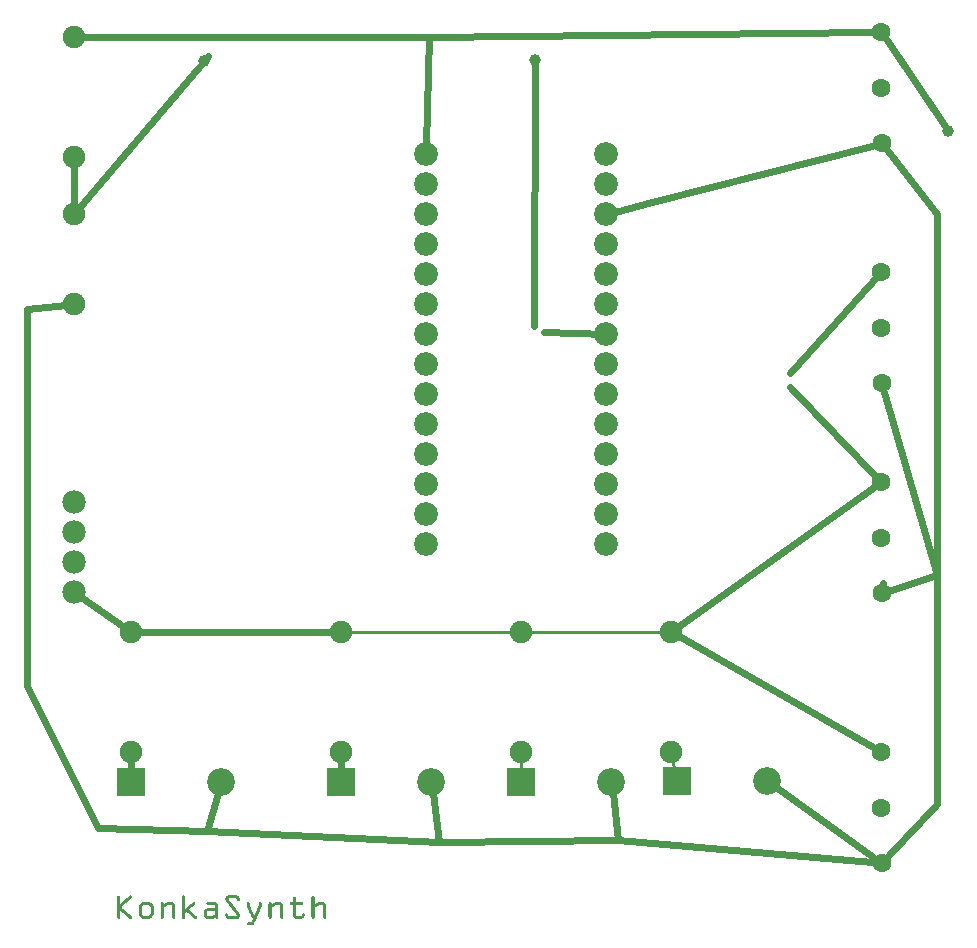
<source format=gtl>
G04 MADE WITH FRITZING*
G04 WWW.FRITZING.ORG*
G04 DOUBLE SIDED*
G04 HOLES PLATED*
G04 CONTOUR ON CENTER OF CONTOUR VECTOR*
%ASAXBY*%
%FSLAX23Y23*%
%MOIN*%
%OFA0B0*%
%SFA1.0B1.0*%
%ADD10C,0.078000*%
%ADD11C,0.079370*%
%ADD12C,0.039370*%
%ADD13C,0.092000*%
%ADD14C,0.075000*%
%ADD15C,0.063307*%
%ADD16R,0.092000X0.092000*%
%ADD17C,0.024000*%
%ADD18C,0.011111*%
%ADD19R,0.001000X0.001000*%
%LNCOPPER1*%
G90*
G70*
G54D10*
X409Y1615D03*
X409Y1515D03*
X409Y1415D03*
X409Y1315D03*
G54D11*
X1580Y2775D03*
X1580Y2675D03*
X1580Y2575D03*
X1580Y2475D03*
X1580Y2375D03*
X1580Y2275D03*
X1580Y2175D03*
X1580Y2075D03*
X1580Y1975D03*
X1580Y1875D03*
X1580Y1775D03*
X1580Y1675D03*
X1580Y1575D03*
X1580Y1475D03*
X2181Y2776D03*
X2181Y2676D03*
X2181Y2576D03*
X2181Y2476D03*
X2181Y2376D03*
X2181Y2276D03*
X2181Y2176D03*
X2181Y2076D03*
X2181Y1976D03*
X2181Y1876D03*
X2181Y1776D03*
X2181Y1676D03*
X2181Y1576D03*
X2181Y1476D03*
G54D12*
X843Y3086D03*
X3322Y2851D03*
G54D13*
X1299Y681D03*
X1599Y681D03*
X599Y681D03*
X899Y681D03*
X1899Y681D03*
X2199Y681D03*
X2417Y685D03*
X2717Y685D03*
G54D14*
X409Y2575D03*
X409Y2275D03*
X409Y3166D03*
X409Y2766D03*
G54D15*
X3099Y781D03*
X3099Y595D03*
X3100Y411D03*
X3099Y781D03*
X3099Y595D03*
X3100Y411D03*
X3099Y1681D03*
X3099Y1495D03*
X3100Y1311D03*
X3099Y1681D03*
X3099Y1495D03*
X3100Y1311D03*
X3099Y3181D03*
X3099Y2995D03*
X3100Y2811D03*
X3099Y3181D03*
X3099Y2995D03*
X3100Y2811D03*
X3099Y2381D03*
X3099Y2195D03*
X3100Y2011D03*
X3099Y2381D03*
X3099Y2195D03*
X3100Y2011D03*
G54D14*
X2399Y781D03*
X2399Y1181D03*
X1899Y781D03*
X1899Y1181D03*
X1299Y781D03*
X1299Y1181D03*
X599Y781D03*
X599Y1181D03*
G54D12*
X843Y3086D03*
X1946Y3089D03*
G54D16*
X1299Y681D03*
X599Y681D03*
X1899Y681D03*
X2417Y685D03*
G54D17*
X1590Y3165D02*
X3067Y3181D01*
D02*
X437Y3166D02*
X1590Y3165D01*
D02*
X1590Y3165D02*
X1581Y2806D01*
D02*
X252Y1001D02*
X251Y2259D01*
D02*
X487Y528D02*
X252Y1001D01*
D02*
X251Y2259D02*
X380Y2272D01*
D02*
X852Y518D02*
X487Y528D01*
D02*
X852Y518D02*
X889Y646D01*
D02*
X1625Y481D02*
X852Y518D01*
D02*
X1625Y481D02*
X1604Y645D01*
D02*
X2222Y489D02*
X1625Y481D01*
D02*
X2222Y489D02*
X3067Y414D01*
D02*
X2204Y645D02*
X2222Y489D01*
D02*
X2211Y2583D02*
X2336Y2615D01*
D02*
X2336Y2615D02*
X3068Y2803D01*
D02*
X3284Y2574D02*
X3120Y2785D01*
D02*
X3284Y1370D02*
X3284Y2574D01*
D02*
X3284Y1370D02*
X3109Y1980D01*
D02*
X576Y1198D02*
X433Y1298D01*
G54D18*
D02*
X1322Y1181D02*
X1876Y1181D01*
G54D17*
D02*
X628Y1181D02*
X1271Y1181D01*
D02*
X2747Y664D02*
X3073Y430D01*
G54D18*
D02*
X2411Y716D02*
X2403Y759D01*
G54D17*
D02*
X599Y744D02*
X599Y710D01*
D02*
X1299Y744D02*
X1299Y710D01*
G54D18*
D02*
X1922Y1181D02*
X2376Y1181D01*
G54D17*
D02*
X409Y2604D02*
X409Y2737D01*
G54D18*
D02*
X1899Y758D02*
X1899Y713D01*
G54D17*
D02*
X830Y3072D02*
X855Y3101D01*
D02*
X421Y2590D02*
X824Y3064D01*
D02*
X3312Y2867D02*
X3118Y3154D01*
D02*
X3076Y1665D02*
X2426Y1200D01*
D02*
X3071Y798D02*
X2424Y1167D01*
D02*
X1946Y3089D02*
X1943Y2200D01*
D02*
X1974Y2181D02*
X2181Y2176D01*
D02*
X2794Y2046D02*
X3099Y2381D01*
D02*
X3099Y1681D02*
X2794Y1999D01*
D02*
X3105Y1344D02*
X3100Y1311D01*
D02*
X3100Y1311D02*
X3284Y1370D01*
D02*
X3284Y607D02*
X3122Y435D01*
D02*
X3284Y1370D02*
X3284Y607D01*
G54D19*
X557Y303D02*
X558Y303D01*
X596Y303D02*
X597Y303D01*
X773Y303D02*
X773Y303D01*
X922Y303D02*
X950Y303D01*
X1205Y303D02*
X1205Y303D01*
X554Y302D02*
X560Y302D01*
X594Y302D02*
X599Y302D01*
X770Y302D02*
X776Y302D01*
X919Y302D02*
X953Y302D01*
X1202Y302D02*
X1208Y302D01*
X554Y301D02*
X561Y301D01*
X593Y301D02*
X600Y301D01*
X770Y301D02*
X777Y301D01*
X917Y301D02*
X955Y301D01*
X1201Y301D02*
X1209Y301D01*
X553Y300D02*
X561Y300D01*
X592Y300D02*
X601Y300D01*
X769Y300D02*
X777Y300D01*
X916Y300D02*
X956Y300D01*
X1201Y300D02*
X1209Y300D01*
X553Y299D02*
X562Y299D01*
X590Y299D02*
X601Y299D01*
X769Y299D02*
X777Y299D01*
X915Y299D02*
X957Y299D01*
X1201Y299D02*
X1209Y299D01*
X553Y298D02*
X562Y298D01*
X589Y298D02*
X601Y298D01*
X769Y298D02*
X778Y298D01*
X914Y298D02*
X958Y298D01*
X1141Y298D02*
X1145Y298D01*
X1200Y298D02*
X1210Y298D01*
X553Y297D02*
X562Y297D01*
X588Y297D02*
X601Y297D01*
X769Y297D02*
X778Y297D01*
X914Y297D02*
X959Y297D01*
X1140Y297D02*
X1146Y297D01*
X1200Y297D02*
X1210Y297D01*
X553Y296D02*
X562Y296D01*
X587Y296D02*
X601Y296D01*
X769Y296D02*
X778Y296D01*
X913Y296D02*
X960Y296D01*
X1139Y296D02*
X1147Y296D01*
X1200Y296D02*
X1210Y296D01*
X553Y295D02*
X562Y295D01*
X586Y295D02*
X600Y295D01*
X769Y295D02*
X778Y295D01*
X913Y295D02*
X960Y295D01*
X1139Y295D02*
X1147Y295D01*
X1200Y295D02*
X1210Y295D01*
X553Y294D02*
X562Y294D01*
X585Y294D02*
X599Y294D01*
X769Y294D02*
X778Y294D01*
X913Y294D02*
X961Y294D01*
X1138Y294D02*
X1147Y294D01*
X1200Y294D02*
X1210Y294D01*
X553Y293D02*
X562Y293D01*
X583Y293D02*
X598Y293D01*
X769Y293D02*
X778Y293D01*
X913Y293D02*
X923Y293D01*
X949Y293D02*
X961Y293D01*
X1138Y293D02*
X1148Y293D01*
X1200Y293D02*
X1210Y293D01*
X553Y292D02*
X562Y292D01*
X582Y292D02*
X597Y292D01*
X769Y292D02*
X778Y292D01*
X913Y292D02*
X922Y292D01*
X951Y292D02*
X961Y292D01*
X1138Y292D02*
X1148Y292D01*
X1200Y292D02*
X1210Y292D01*
X553Y291D02*
X562Y291D01*
X581Y291D02*
X596Y291D01*
X769Y291D02*
X778Y291D01*
X913Y291D02*
X922Y291D01*
X952Y291D02*
X961Y291D01*
X1138Y291D02*
X1148Y291D01*
X1200Y291D02*
X1210Y291D01*
X553Y290D02*
X562Y290D01*
X580Y290D02*
X595Y290D01*
X769Y290D02*
X778Y290D01*
X913Y290D02*
X923Y290D01*
X952Y290D02*
X961Y290D01*
X1138Y290D02*
X1148Y290D01*
X1200Y290D02*
X1210Y290D01*
X553Y289D02*
X562Y289D01*
X579Y289D02*
X593Y289D01*
X769Y289D02*
X778Y289D01*
X913Y289D02*
X923Y289D01*
X952Y289D02*
X961Y289D01*
X1138Y289D02*
X1148Y289D01*
X1200Y289D02*
X1210Y289D01*
X553Y288D02*
X562Y288D01*
X578Y288D02*
X592Y288D01*
X769Y288D02*
X778Y288D01*
X913Y288D02*
X924Y288D01*
X953Y288D02*
X961Y288D01*
X1138Y288D02*
X1148Y288D01*
X1200Y288D02*
X1210Y288D01*
X553Y287D02*
X562Y287D01*
X576Y287D02*
X591Y287D01*
X769Y287D02*
X778Y287D01*
X914Y287D02*
X925Y287D01*
X953Y287D02*
X960Y287D01*
X1138Y287D02*
X1148Y287D01*
X1200Y287D02*
X1210Y287D01*
X553Y286D02*
X562Y286D01*
X575Y286D02*
X590Y286D01*
X769Y286D02*
X778Y286D01*
X914Y286D02*
X926Y286D01*
X954Y286D02*
X960Y286D01*
X1138Y286D02*
X1148Y286D01*
X1200Y286D02*
X1210Y286D01*
X553Y285D02*
X562Y285D01*
X574Y285D02*
X589Y285D01*
X769Y285D02*
X778Y285D01*
X915Y285D02*
X927Y285D01*
X955Y285D02*
X958Y285D01*
X1138Y285D02*
X1148Y285D01*
X1200Y285D02*
X1210Y285D01*
X553Y284D02*
X562Y284D01*
X573Y284D02*
X588Y284D01*
X769Y284D02*
X778Y284D01*
X915Y284D02*
X927Y284D01*
X1138Y284D02*
X1148Y284D01*
X1200Y284D02*
X1210Y284D01*
X553Y283D02*
X562Y283D01*
X572Y283D02*
X586Y283D01*
X769Y283D02*
X778Y283D01*
X916Y283D02*
X928Y283D01*
X1138Y283D02*
X1148Y283D01*
X1200Y283D02*
X1210Y283D01*
X553Y282D02*
X562Y282D01*
X571Y282D02*
X585Y282D01*
X769Y282D02*
X778Y282D01*
X917Y282D02*
X929Y282D01*
X1138Y282D02*
X1148Y282D01*
X1200Y282D02*
X1210Y282D01*
X553Y281D02*
X562Y281D01*
X569Y281D02*
X584Y281D01*
X638Y281D02*
X660Y281D01*
X699Y281D02*
X703Y281D01*
X719Y281D02*
X734Y281D01*
X769Y281D02*
X778Y281D01*
X805Y281D02*
X810Y281D01*
X853Y281D02*
X878Y281D01*
X918Y281D02*
X930Y281D01*
X987Y281D02*
X991Y281D01*
X1026Y281D02*
X1031Y281D01*
X1059Y281D02*
X1063Y281D01*
X1079Y281D02*
X1094Y281D01*
X1131Y281D02*
X1170Y281D01*
X1200Y281D02*
X1210Y281D01*
X1223Y281D02*
X1238Y281D01*
X553Y280D02*
X562Y280D01*
X568Y280D02*
X583Y280D01*
X636Y280D02*
X662Y280D01*
X698Y280D02*
X704Y280D01*
X717Y280D02*
X736Y280D01*
X769Y280D02*
X778Y280D01*
X804Y280D02*
X811Y280D01*
X852Y280D02*
X880Y280D01*
X919Y280D02*
X930Y280D01*
X986Y280D02*
X992Y280D01*
X1025Y280D02*
X1032Y280D01*
X1058Y280D02*
X1064Y280D01*
X1077Y280D02*
X1096Y280D01*
X1130Y280D02*
X1171Y280D01*
X1200Y280D02*
X1210Y280D01*
X1221Y280D02*
X1240Y280D01*
X553Y279D02*
X562Y279D01*
X567Y279D02*
X582Y279D01*
X634Y279D02*
X664Y279D01*
X697Y279D02*
X705Y279D01*
X715Y279D02*
X738Y279D01*
X769Y279D02*
X778Y279D01*
X803Y279D02*
X812Y279D01*
X851Y279D02*
X882Y279D01*
X919Y279D02*
X931Y279D01*
X985Y279D02*
X993Y279D01*
X1025Y279D02*
X1033Y279D01*
X1057Y279D02*
X1065Y279D01*
X1075Y279D02*
X1098Y279D01*
X1129Y279D02*
X1172Y279D01*
X1200Y279D02*
X1210Y279D01*
X1219Y279D02*
X1242Y279D01*
X553Y278D02*
X562Y278D01*
X566Y278D02*
X581Y278D01*
X633Y278D02*
X665Y278D01*
X697Y278D02*
X705Y278D01*
X714Y278D02*
X739Y278D01*
X769Y278D02*
X778Y278D01*
X802Y278D02*
X812Y278D01*
X851Y278D02*
X883Y278D01*
X920Y278D02*
X932Y278D01*
X985Y278D02*
X993Y278D01*
X1024Y278D02*
X1033Y278D01*
X1057Y278D02*
X1065Y278D01*
X1074Y278D02*
X1099Y278D01*
X1129Y278D02*
X1172Y278D01*
X1200Y278D02*
X1210Y278D01*
X1218Y278D02*
X1243Y278D01*
X553Y277D02*
X562Y277D01*
X565Y277D02*
X579Y277D01*
X632Y277D02*
X666Y277D01*
X697Y277D02*
X706Y277D01*
X712Y277D02*
X740Y277D01*
X769Y277D02*
X778Y277D01*
X801Y277D02*
X812Y277D01*
X850Y277D02*
X884Y277D01*
X921Y277D02*
X933Y277D01*
X985Y277D02*
X994Y277D01*
X1024Y277D02*
X1033Y277D01*
X1057Y277D02*
X1066Y277D01*
X1072Y277D02*
X1100Y277D01*
X1129Y277D02*
X1172Y277D01*
X1200Y277D02*
X1210Y277D01*
X1216Y277D02*
X1244Y277D01*
X553Y276D02*
X562Y276D01*
X564Y276D02*
X578Y276D01*
X631Y276D02*
X667Y276D01*
X697Y276D02*
X706Y276D01*
X711Y276D02*
X741Y276D01*
X769Y276D02*
X778Y276D01*
X799Y276D02*
X812Y276D01*
X851Y276D02*
X885Y276D01*
X922Y276D02*
X934Y276D01*
X985Y276D02*
X994Y276D01*
X1024Y276D02*
X1033Y276D01*
X1056Y276D02*
X1066Y276D01*
X1071Y276D02*
X1101Y276D01*
X1129Y276D02*
X1172Y276D01*
X1200Y276D02*
X1210Y276D01*
X1215Y276D02*
X1245Y276D01*
X553Y275D02*
X577Y275D01*
X630Y275D02*
X668Y275D01*
X697Y275D02*
X706Y275D01*
X709Y275D02*
X742Y275D01*
X769Y275D02*
X778Y275D01*
X798Y275D02*
X812Y275D01*
X851Y275D02*
X886Y275D01*
X922Y275D02*
X934Y275D01*
X985Y275D02*
X994Y275D01*
X1024Y275D02*
X1033Y275D01*
X1056Y275D02*
X1066Y275D01*
X1069Y275D02*
X1102Y275D01*
X1129Y275D02*
X1172Y275D01*
X1200Y275D02*
X1210Y275D01*
X1213Y275D02*
X1246Y275D01*
X553Y274D02*
X576Y274D01*
X629Y274D02*
X669Y274D01*
X697Y274D02*
X742Y274D01*
X769Y274D02*
X778Y274D01*
X797Y274D02*
X811Y274D01*
X851Y274D02*
X886Y274D01*
X923Y274D02*
X935Y274D01*
X985Y274D02*
X994Y274D01*
X1024Y274D02*
X1033Y274D01*
X1056Y274D02*
X1102Y274D01*
X1129Y274D02*
X1171Y274D01*
X1200Y274D02*
X1246Y274D01*
X553Y273D02*
X575Y273D01*
X628Y273D02*
X670Y273D01*
X697Y273D02*
X743Y273D01*
X769Y273D02*
X778Y273D01*
X796Y273D02*
X810Y273D01*
X852Y273D02*
X887Y273D01*
X924Y273D02*
X936Y273D01*
X985Y273D02*
X994Y273D01*
X1024Y273D02*
X1033Y273D01*
X1056Y273D02*
X1103Y273D01*
X1130Y273D02*
X1170Y273D01*
X1200Y273D02*
X1247Y273D01*
X553Y272D02*
X574Y272D01*
X627Y272D02*
X671Y272D01*
X697Y272D02*
X743Y272D01*
X769Y272D02*
X778Y272D01*
X795Y272D02*
X809Y272D01*
X855Y272D02*
X887Y272D01*
X925Y272D02*
X937Y272D01*
X985Y272D02*
X994Y272D01*
X1024Y272D02*
X1033Y272D01*
X1056Y272D02*
X1103Y272D01*
X1133Y272D02*
X1168Y272D01*
X1200Y272D02*
X1247Y272D01*
X553Y271D02*
X572Y271D01*
X627Y271D02*
X639Y271D01*
X659Y271D02*
X671Y271D01*
X697Y271D02*
X721Y271D01*
X733Y271D02*
X743Y271D01*
X769Y271D02*
X778Y271D01*
X794Y271D02*
X808Y271D01*
X877Y271D02*
X887Y271D01*
X926Y271D02*
X937Y271D01*
X985Y271D02*
X994Y271D01*
X1024Y271D02*
X1033Y271D01*
X1056Y271D02*
X1081Y271D01*
X1093Y271D02*
X1103Y271D01*
X1138Y271D02*
X1148Y271D01*
X1200Y271D02*
X1225Y271D01*
X1237Y271D02*
X1247Y271D01*
X553Y270D02*
X571Y270D01*
X626Y270D02*
X638Y270D01*
X660Y270D02*
X672Y270D01*
X697Y270D02*
X719Y270D01*
X734Y270D02*
X744Y270D01*
X769Y270D02*
X778Y270D01*
X792Y270D02*
X807Y270D01*
X878Y270D02*
X888Y270D01*
X926Y270D02*
X938Y270D01*
X985Y270D02*
X994Y270D01*
X1024Y270D02*
X1033Y270D01*
X1056Y270D02*
X1079Y270D01*
X1094Y270D02*
X1104Y270D01*
X1138Y270D02*
X1148Y270D01*
X1200Y270D02*
X1223Y270D01*
X1238Y270D02*
X1248Y270D01*
X553Y269D02*
X570Y269D01*
X626Y269D02*
X637Y269D01*
X661Y269D02*
X672Y269D01*
X697Y269D02*
X717Y269D01*
X734Y269D02*
X744Y269D01*
X769Y269D02*
X778Y269D01*
X791Y269D02*
X806Y269D01*
X878Y269D02*
X888Y269D01*
X927Y269D02*
X939Y269D01*
X985Y269D02*
X994Y269D01*
X1024Y269D02*
X1033Y269D01*
X1056Y269D02*
X1077Y269D01*
X1094Y269D02*
X1104Y269D01*
X1138Y269D02*
X1148Y269D01*
X1200Y269D02*
X1221Y269D01*
X1238Y269D02*
X1248Y269D01*
X553Y268D02*
X569Y268D01*
X625Y268D02*
X636Y268D01*
X662Y268D02*
X673Y268D01*
X697Y268D02*
X716Y268D01*
X735Y268D02*
X744Y268D01*
X769Y268D02*
X778Y268D01*
X790Y268D02*
X805Y268D01*
X879Y268D02*
X888Y268D01*
X928Y268D02*
X940Y268D01*
X985Y268D02*
X994Y268D01*
X1023Y268D02*
X1033Y268D01*
X1056Y268D02*
X1076Y268D01*
X1095Y268D02*
X1104Y268D01*
X1138Y268D02*
X1148Y268D01*
X1200Y268D02*
X1220Y268D01*
X1239Y268D02*
X1248Y268D01*
X553Y267D02*
X568Y267D01*
X625Y267D02*
X635Y267D01*
X663Y267D02*
X673Y267D01*
X697Y267D02*
X714Y267D01*
X735Y267D02*
X744Y267D01*
X769Y267D02*
X778Y267D01*
X789Y267D02*
X803Y267D01*
X879Y267D02*
X888Y267D01*
X929Y267D02*
X941Y267D01*
X985Y267D02*
X995Y267D01*
X1023Y267D02*
X1033Y267D01*
X1056Y267D02*
X1074Y267D01*
X1095Y267D02*
X1104Y267D01*
X1138Y267D02*
X1148Y267D01*
X1200Y267D02*
X1218Y267D01*
X1239Y267D02*
X1248Y267D01*
X553Y266D02*
X567Y266D01*
X625Y266D02*
X634Y266D01*
X664Y266D02*
X673Y266D01*
X697Y266D02*
X713Y266D01*
X735Y266D02*
X744Y266D01*
X769Y266D02*
X778Y266D01*
X788Y266D02*
X802Y266D01*
X879Y266D02*
X888Y266D01*
X929Y266D02*
X941Y266D01*
X985Y266D02*
X995Y266D01*
X1023Y266D02*
X1033Y266D01*
X1056Y266D02*
X1073Y266D01*
X1095Y266D02*
X1104Y266D01*
X1138Y266D02*
X1148Y266D01*
X1200Y266D02*
X1217Y266D01*
X1239Y266D02*
X1248Y266D01*
X553Y265D02*
X565Y265D01*
X625Y265D02*
X634Y265D01*
X664Y265D02*
X673Y265D01*
X697Y265D02*
X711Y265D01*
X735Y265D02*
X744Y265D01*
X769Y265D02*
X778Y265D01*
X787Y265D02*
X801Y265D01*
X879Y265D02*
X888Y265D01*
X930Y265D02*
X942Y265D01*
X986Y265D02*
X996Y265D01*
X1022Y265D02*
X1032Y265D01*
X1056Y265D02*
X1071Y265D01*
X1095Y265D02*
X1104Y265D01*
X1138Y265D02*
X1148Y265D01*
X1200Y265D02*
X1215Y265D01*
X1239Y265D02*
X1248Y265D01*
X553Y264D02*
X565Y264D01*
X625Y264D02*
X634Y264D01*
X664Y264D02*
X673Y264D01*
X697Y264D02*
X710Y264D01*
X735Y264D02*
X744Y264D01*
X769Y264D02*
X778Y264D01*
X785Y264D02*
X800Y264D01*
X879Y264D02*
X888Y264D01*
X931Y264D02*
X943Y264D01*
X986Y264D02*
X996Y264D01*
X1022Y264D02*
X1032Y264D01*
X1056Y264D02*
X1070Y264D01*
X1095Y264D02*
X1104Y264D01*
X1138Y264D02*
X1148Y264D01*
X1200Y264D02*
X1214Y264D01*
X1239Y264D02*
X1248Y264D01*
X553Y263D02*
X566Y263D01*
X625Y263D02*
X634Y263D01*
X664Y263D02*
X673Y263D01*
X697Y263D02*
X708Y263D01*
X735Y263D02*
X744Y263D01*
X769Y263D02*
X778Y263D01*
X784Y263D02*
X799Y263D01*
X879Y263D02*
X888Y263D01*
X932Y263D02*
X944Y263D01*
X986Y263D02*
X996Y263D01*
X1021Y263D02*
X1031Y263D01*
X1056Y263D02*
X1068Y263D01*
X1095Y263D02*
X1104Y263D01*
X1138Y263D02*
X1148Y263D01*
X1200Y263D02*
X1212Y263D01*
X1239Y263D02*
X1248Y263D01*
X553Y262D02*
X567Y262D01*
X625Y262D02*
X634Y262D01*
X664Y262D02*
X673Y262D01*
X697Y262D02*
X707Y262D01*
X735Y262D02*
X744Y262D01*
X769Y262D02*
X778Y262D01*
X783Y262D02*
X798Y262D01*
X879Y262D02*
X888Y262D01*
X932Y262D02*
X944Y262D01*
X987Y262D02*
X997Y262D01*
X1021Y262D02*
X1031Y262D01*
X1056Y262D02*
X1067Y262D01*
X1095Y262D02*
X1104Y262D01*
X1138Y262D02*
X1148Y262D01*
X1200Y262D02*
X1211Y262D01*
X1239Y262D02*
X1248Y262D01*
X553Y261D02*
X568Y261D01*
X625Y261D02*
X634Y261D01*
X664Y261D02*
X673Y261D01*
X697Y261D02*
X706Y261D01*
X735Y261D02*
X744Y261D01*
X769Y261D02*
X778Y261D01*
X782Y261D02*
X796Y261D01*
X879Y261D02*
X888Y261D01*
X933Y261D02*
X945Y261D01*
X987Y261D02*
X997Y261D01*
X1020Y261D02*
X1030Y261D01*
X1056Y261D02*
X1066Y261D01*
X1095Y261D02*
X1104Y261D01*
X1138Y261D02*
X1148Y261D01*
X1200Y261D02*
X1210Y261D01*
X1239Y261D02*
X1248Y261D01*
X553Y260D02*
X569Y260D01*
X625Y260D02*
X634Y260D01*
X664Y260D02*
X673Y260D01*
X697Y260D02*
X706Y260D01*
X735Y260D02*
X744Y260D01*
X769Y260D02*
X778Y260D01*
X781Y260D02*
X795Y260D01*
X851Y260D02*
X888Y260D01*
X934Y260D02*
X946Y260D01*
X988Y260D02*
X998Y260D01*
X1020Y260D02*
X1030Y260D01*
X1056Y260D02*
X1066Y260D01*
X1095Y260D02*
X1104Y260D01*
X1138Y260D02*
X1148Y260D01*
X1200Y260D02*
X1210Y260D01*
X1239Y260D02*
X1248Y260D01*
X553Y259D02*
X570Y259D01*
X625Y259D02*
X634Y259D01*
X664Y259D02*
X673Y259D01*
X697Y259D02*
X706Y259D01*
X735Y259D02*
X744Y259D01*
X769Y259D02*
X794Y259D01*
X848Y259D02*
X888Y259D01*
X935Y259D02*
X947Y259D01*
X988Y259D02*
X998Y259D01*
X1019Y259D02*
X1030Y259D01*
X1056Y259D02*
X1066Y259D01*
X1095Y259D02*
X1104Y259D01*
X1138Y259D02*
X1148Y259D01*
X1200Y259D02*
X1210Y259D01*
X1239Y259D02*
X1248Y259D01*
X553Y258D02*
X572Y258D01*
X625Y258D02*
X634Y258D01*
X664Y258D02*
X673Y258D01*
X697Y258D02*
X706Y258D01*
X735Y258D02*
X744Y258D01*
X769Y258D02*
X793Y258D01*
X847Y258D02*
X888Y258D01*
X936Y258D02*
X948Y258D01*
X989Y258D02*
X999Y258D01*
X1019Y258D02*
X1029Y258D01*
X1056Y258D02*
X1066Y258D01*
X1095Y258D02*
X1104Y258D01*
X1138Y258D02*
X1148Y258D01*
X1200Y258D02*
X1210Y258D01*
X1239Y258D02*
X1248Y258D01*
X553Y257D02*
X573Y257D01*
X625Y257D02*
X634Y257D01*
X664Y257D02*
X673Y257D01*
X697Y257D02*
X706Y257D01*
X735Y257D02*
X744Y257D01*
X769Y257D02*
X792Y257D01*
X846Y257D02*
X888Y257D01*
X936Y257D02*
X948Y257D01*
X989Y257D02*
X999Y257D01*
X1019Y257D02*
X1029Y257D01*
X1056Y257D02*
X1066Y257D01*
X1095Y257D02*
X1104Y257D01*
X1138Y257D02*
X1148Y257D01*
X1200Y257D02*
X1210Y257D01*
X1239Y257D02*
X1248Y257D01*
X553Y256D02*
X574Y256D01*
X625Y256D02*
X634Y256D01*
X664Y256D02*
X673Y256D01*
X697Y256D02*
X706Y256D01*
X735Y256D02*
X744Y256D01*
X769Y256D02*
X791Y256D01*
X845Y256D02*
X888Y256D01*
X937Y256D02*
X949Y256D01*
X989Y256D02*
X1000Y256D01*
X1018Y256D02*
X1028Y256D01*
X1056Y256D02*
X1066Y256D01*
X1095Y256D02*
X1104Y256D01*
X1138Y256D02*
X1148Y256D01*
X1200Y256D02*
X1210Y256D01*
X1239Y256D02*
X1248Y256D01*
X553Y255D02*
X575Y255D01*
X625Y255D02*
X634Y255D01*
X664Y255D02*
X673Y255D01*
X697Y255D02*
X706Y255D01*
X735Y255D02*
X744Y255D01*
X769Y255D02*
X791Y255D01*
X844Y255D02*
X888Y255D01*
X938Y255D02*
X950Y255D01*
X990Y255D02*
X1000Y255D01*
X1018Y255D02*
X1028Y255D01*
X1056Y255D02*
X1066Y255D01*
X1095Y255D02*
X1104Y255D01*
X1138Y255D02*
X1148Y255D01*
X1200Y255D02*
X1210Y255D01*
X1239Y255D02*
X1248Y255D01*
X553Y254D02*
X576Y254D01*
X625Y254D02*
X634Y254D01*
X664Y254D02*
X673Y254D01*
X697Y254D02*
X706Y254D01*
X735Y254D02*
X744Y254D01*
X769Y254D02*
X792Y254D01*
X843Y254D02*
X889Y254D01*
X939Y254D02*
X951Y254D01*
X990Y254D02*
X1000Y254D01*
X1017Y254D02*
X1027Y254D01*
X1056Y254D02*
X1066Y254D01*
X1095Y254D02*
X1104Y254D01*
X1138Y254D02*
X1148Y254D01*
X1200Y254D02*
X1210Y254D01*
X1239Y254D02*
X1248Y254D01*
X553Y253D02*
X577Y253D01*
X625Y253D02*
X634Y253D01*
X664Y253D02*
X673Y253D01*
X697Y253D02*
X706Y253D01*
X735Y253D02*
X745Y253D01*
X769Y253D02*
X793Y253D01*
X842Y253D02*
X889Y253D01*
X939Y253D02*
X951Y253D01*
X991Y253D02*
X1001Y253D01*
X1017Y253D02*
X1027Y253D01*
X1056Y253D02*
X1066Y253D01*
X1095Y253D02*
X1104Y253D01*
X1138Y253D02*
X1148Y253D01*
X1200Y253D02*
X1210Y253D01*
X1239Y253D02*
X1248Y253D01*
X553Y252D02*
X562Y252D01*
X564Y252D02*
X579Y252D01*
X625Y252D02*
X634Y252D01*
X664Y252D02*
X673Y252D01*
X697Y252D02*
X706Y252D01*
X735Y252D02*
X745Y252D01*
X769Y252D02*
X795Y252D01*
X842Y252D02*
X889Y252D01*
X940Y252D02*
X952Y252D01*
X991Y252D02*
X1001Y252D01*
X1016Y252D02*
X1027Y252D01*
X1056Y252D02*
X1066Y252D01*
X1095Y252D02*
X1105Y252D01*
X1138Y252D02*
X1148Y252D01*
X1200Y252D02*
X1210Y252D01*
X1239Y252D02*
X1248Y252D01*
X553Y251D02*
X562Y251D01*
X565Y251D02*
X580Y251D01*
X625Y251D02*
X634Y251D01*
X664Y251D02*
X673Y251D01*
X697Y251D02*
X706Y251D01*
X736Y251D02*
X745Y251D01*
X769Y251D02*
X796Y251D01*
X841Y251D02*
X889Y251D01*
X941Y251D02*
X953Y251D01*
X992Y251D02*
X1002Y251D01*
X1016Y251D02*
X1026Y251D01*
X1056Y251D02*
X1066Y251D01*
X1095Y251D02*
X1105Y251D01*
X1138Y251D02*
X1148Y251D01*
X1200Y251D02*
X1210Y251D01*
X1239Y251D02*
X1249Y251D01*
X553Y250D02*
X562Y250D01*
X566Y250D02*
X581Y250D01*
X625Y250D02*
X634Y250D01*
X664Y250D02*
X673Y250D01*
X697Y250D02*
X706Y250D01*
X736Y250D02*
X745Y250D01*
X769Y250D02*
X797Y250D01*
X841Y250D02*
X852Y250D01*
X877Y250D02*
X889Y250D01*
X942Y250D02*
X954Y250D01*
X992Y250D02*
X1002Y250D01*
X1016Y250D02*
X1026Y250D01*
X1056Y250D02*
X1066Y250D01*
X1096Y250D02*
X1105Y250D01*
X1138Y250D02*
X1148Y250D01*
X1200Y250D02*
X1210Y250D01*
X1239Y250D02*
X1249Y250D01*
X553Y249D02*
X562Y249D01*
X568Y249D02*
X582Y249D01*
X625Y249D02*
X634Y249D01*
X664Y249D02*
X673Y249D01*
X697Y249D02*
X706Y249D01*
X736Y249D02*
X745Y249D01*
X769Y249D02*
X798Y249D01*
X841Y249D02*
X851Y249D01*
X878Y249D02*
X889Y249D01*
X943Y249D02*
X955Y249D01*
X993Y249D02*
X1003Y249D01*
X1015Y249D02*
X1025Y249D01*
X1056Y249D02*
X1066Y249D01*
X1096Y249D02*
X1105Y249D01*
X1138Y249D02*
X1148Y249D01*
X1200Y249D02*
X1210Y249D01*
X1240Y249D02*
X1249Y249D01*
X553Y248D02*
X562Y248D01*
X569Y248D02*
X583Y248D01*
X625Y248D02*
X634Y248D01*
X664Y248D02*
X673Y248D01*
X697Y248D02*
X706Y248D01*
X736Y248D02*
X745Y248D01*
X769Y248D02*
X781Y248D01*
X785Y248D02*
X799Y248D01*
X841Y248D02*
X850Y248D01*
X879Y248D02*
X889Y248D01*
X943Y248D02*
X955Y248D01*
X993Y248D02*
X1003Y248D01*
X1015Y248D02*
X1025Y248D01*
X1056Y248D02*
X1066Y248D01*
X1096Y248D02*
X1105Y248D01*
X1138Y248D02*
X1148Y248D01*
X1200Y248D02*
X1210Y248D01*
X1240Y248D02*
X1249Y248D01*
X553Y247D02*
X562Y247D01*
X570Y247D02*
X584Y247D01*
X625Y247D02*
X634Y247D01*
X664Y247D02*
X673Y247D01*
X697Y247D02*
X706Y247D01*
X736Y247D02*
X745Y247D01*
X769Y247D02*
X780Y247D01*
X786Y247D02*
X800Y247D01*
X841Y247D02*
X850Y247D01*
X879Y247D02*
X889Y247D01*
X944Y247D02*
X956Y247D01*
X993Y247D02*
X1003Y247D01*
X1014Y247D02*
X1024Y247D01*
X1056Y247D02*
X1066Y247D01*
X1096Y247D02*
X1105Y247D01*
X1138Y247D02*
X1148Y247D01*
X1200Y247D02*
X1210Y247D01*
X1240Y247D02*
X1249Y247D01*
X553Y246D02*
X562Y246D01*
X571Y246D02*
X586Y246D01*
X625Y246D02*
X634Y246D01*
X664Y246D02*
X673Y246D01*
X697Y246D02*
X706Y246D01*
X736Y246D02*
X745Y246D01*
X769Y246D02*
X779Y246D01*
X787Y246D02*
X802Y246D01*
X841Y246D02*
X850Y246D01*
X880Y246D02*
X889Y246D01*
X945Y246D02*
X957Y246D01*
X994Y246D02*
X1004Y246D01*
X1014Y246D02*
X1024Y246D01*
X1056Y246D02*
X1066Y246D01*
X1096Y246D02*
X1105Y246D01*
X1138Y246D02*
X1148Y246D01*
X1200Y246D02*
X1210Y246D01*
X1240Y246D02*
X1249Y246D01*
X553Y245D02*
X562Y245D01*
X572Y245D02*
X587Y245D01*
X625Y245D02*
X634Y245D01*
X664Y245D02*
X673Y245D01*
X697Y245D02*
X706Y245D01*
X736Y245D02*
X745Y245D01*
X769Y245D02*
X778Y245D01*
X788Y245D02*
X803Y245D01*
X841Y245D02*
X850Y245D01*
X880Y245D02*
X889Y245D01*
X946Y245D02*
X958Y245D01*
X994Y245D02*
X1004Y245D01*
X1013Y245D02*
X1023Y245D01*
X1056Y245D02*
X1066Y245D01*
X1096Y245D02*
X1105Y245D01*
X1138Y245D02*
X1148Y245D01*
X1200Y245D02*
X1210Y245D01*
X1240Y245D02*
X1249Y245D01*
X553Y244D02*
X562Y244D01*
X573Y244D02*
X588Y244D01*
X625Y244D02*
X634Y244D01*
X664Y244D02*
X673Y244D01*
X697Y244D02*
X706Y244D01*
X736Y244D02*
X745Y244D01*
X769Y244D02*
X778Y244D01*
X789Y244D02*
X804Y244D01*
X841Y244D02*
X850Y244D01*
X880Y244D02*
X889Y244D01*
X946Y244D02*
X958Y244D01*
X995Y244D02*
X1005Y244D01*
X1013Y244D02*
X1023Y244D01*
X1056Y244D02*
X1066Y244D01*
X1096Y244D02*
X1105Y244D01*
X1138Y244D02*
X1148Y244D01*
X1200Y244D02*
X1210Y244D01*
X1240Y244D02*
X1249Y244D01*
X553Y243D02*
X562Y243D01*
X575Y243D02*
X589Y243D01*
X625Y243D02*
X634Y243D01*
X664Y243D02*
X673Y243D01*
X697Y243D02*
X706Y243D01*
X736Y243D02*
X745Y243D01*
X769Y243D02*
X778Y243D01*
X791Y243D02*
X805Y243D01*
X841Y243D02*
X850Y243D01*
X880Y243D02*
X889Y243D01*
X915Y243D02*
X919Y243D01*
X947Y243D02*
X959Y243D01*
X995Y243D02*
X1005Y243D01*
X1012Y243D02*
X1023Y243D01*
X1056Y243D02*
X1066Y243D01*
X1096Y243D02*
X1105Y243D01*
X1138Y243D02*
X1148Y243D01*
X1171Y243D02*
X1175Y243D01*
X1200Y243D02*
X1210Y243D01*
X1240Y243D02*
X1249Y243D01*
X553Y242D02*
X562Y242D01*
X576Y242D02*
X590Y242D01*
X625Y242D02*
X634Y242D01*
X664Y242D02*
X673Y242D01*
X697Y242D02*
X706Y242D01*
X736Y242D02*
X745Y242D01*
X769Y242D02*
X778Y242D01*
X792Y242D02*
X806Y242D01*
X841Y242D02*
X850Y242D01*
X880Y242D02*
X889Y242D01*
X914Y242D02*
X920Y242D01*
X948Y242D02*
X960Y242D01*
X996Y242D02*
X1006Y242D01*
X1012Y242D02*
X1022Y242D01*
X1056Y242D02*
X1066Y242D01*
X1096Y242D02*
X1105Y242D01*
X1138Y242D02*
X1148Y242D01*
X1170Y242D02*
X1176Y242D01*
X1200Y242D02*
X1210Y242D01*
X1240Y242D02*
X1249Y242D01*
X553Y241D02*
X562Y241D01*
X577Y241D02*
X591Y241D01*
X625Y241D02*
X634Y241D01*
X664Y241D02*
X673Y241D01*
X697Y241D02*
X706Y241D01*
X736Y241D02*
X745Y241D01*
X769Y241D02*
X778Y241D01*
X793Y241D02*
X807Y241D01*
X841Y241D02*
X850Y241D01*
X879Y241D02*
X889Y241D01*
X913Y241D02*
X921Y241D01*
X949Y241D02*
X960Y241D01*
X996Y241D02*
X1006Y241D01*
X1012Y241D02*
X1022Y241D01*
X1056Y241D02*
X1066Y241D01*
X1096Y241D02*
X1105Y241D01*
X1138Y241D02*
X1148Y241D01*
X1169Y241D02*
X1177Y241D01*
X1200Y241D02*
X1210Y241D01*
X1240Y241D02*
X1249Y241D01*
X553Y240D02*
X562Y240D01*
X578Y240D02*
X593Y240D01*
X625Y240D02*
X635Y240D01*
X663Y240D02*
X673Y240D01*
X697Y240D02*
X706Y240D01*
X736Y240D02*
X745Y240D01*
X769Y240D02*
X778Y240D01*
X794Y240D02*
X809Y240D01*
X841Y240D02*
X850Y240D01*
X877Y240D02*
X889Y240D01*
X913Y240D02*
X921Y240D01*
X950Y240D02*
X961Y240D01*
X997Y240D02*
X1006Y240D01*
X1011Y240D02*
X1021Y240D01*
X1056Y240D02*
X1066Y240D01*
X1096Y240D02*
X1105Y240D01*
X1138Y240D02*
X1148Y240D01*
X1168Y240D02*
X1177Y240D01*
X1200Y240D02*
X1210Y240D01*
X1240Y240D02*
X1249Y240D01*
X553Y239D02*
X562Y239D01*
X579Y239D02*
X594Y239D01*
X625Y239D02*
X636Y239D01*
X662Y239D02*
X673Y239D01*
X697Y239D02*
X706Y239D01*
X736Y239D02*
X745Y239D01*
X769Y239D02*
X778Y239D01*
X795Y239D02*
X810Y239D01*
X841Y239D02*
X850Y239D01*
X875Y239D02*
X889Y239D01*
X913Y239D02*
X922Y239D01*
X950Y239D02*
X961Y239D01*
X997Y239D02*
X1021Y239D01*
X1056Y239D02*
X1066Y239D01*
X1096Y239D02*
X1105Y239D01*
X1138Y239D02*
X1148Y239D01*
X1168Y239D02*
X1177Y239D01*
X1200Y239D02*
X1210Y239D01*
X1240Y239D02*
X1249Y239D01*
X553Y238D02*
X562Y238D01*
X580Y238D02*
X595Y238D01*
X625Y238D02*
X637Y238D01*
X661Y238D02*
X672Y238D01*
X697Y238D02*
X706Y238D01*
X736Y238D02*
X745Y238D01*
X769Y238D02*
X778Y238D01*
X796Y238D02*
X811Y238D01*
X841Y238D02*
X850Y238D01*
X874Y238D02*
X889Y238D01*
X913Y238D02*
X922Y238D01*
X951Y238D02*
X961Y238D01*
X997Y238D02*
X1020Y238D01*
X1056Y238D02*
X1066Y238D01*
X1096Y238D02*
X1105Y238D01*
X1139Y238D02*
X1148Y238D01*
X1168Y238D02*
X1177Y238D01*
X1200Y238D02*
X1210Y238D01*
X1240Y238D02*
X1249Y238D01*
X553Y237D02*
X562Y237D01*
X582Y237D02*
X596Y237D01*
X626Y237D02*
X638Y237D01*
X660Y237D02*
X672Y237D01*
X697Y237D02*
X706Y237D01*
X736Y237D02*
X745Y237D01*
X769Y237D02*
X778Y237D01*
X798Y237D02*
X812Y237D01*
X841Y237D02*
X851Y237D01*
X872Y237D02*
X889Y237D01*
X913Y237D02*
X922Y237D01*
X952Y237D02*
X961Y237D01*
X998Y237D02*
X1020Y237D01*
X1056Y237D02*
X1066Y237D01*
X1096Y237D02*
X1105Y237D01*
X1139Y237D02*
X1149Y237D01*
X1167Y237D02*
X1177Y237D01*
X1200Y237D02*
X1210Y237D01*
X1240Y237D02*
X1249Y237D01*
X553Y236D02*
X562Y236D01*
X583Y236D02*
X597Y236D01*
X626Y236D02*
X640Y236D01*
X658Y236D02*
X671Y236D01*
X697Y236D02*
X706Y236D01*
X736Y236D02*
X745Y236D01*
X769Y236D02*
X778Y236D01*
X799Y236D02*
X813Y236D01*
X841Y236D02*
X852Y236D01*
X870Y236D02*
X889Y236D01*
X913Y236D02*
X923Y236D01*
X952Y236D02*
X961Y236D01*
X998Y236D02*
X1020Y236D01*
X1056Y236D02*
X1066Y236D01*
X1096Y236D02*
X1105Y236D01*
X1139Y236D02*
X1150Y236D01*
X1166Y236D02*
X1177Y236D01*
X1200Y236D02*
X1210Y236D01*
X1240Y236D02*
X1249Y236D01*
X553Y235D02*
X562Y235D01*
X584Y235D02*
X599Y235D01*
X627Y235D02*
X671Y235D01*
X697Y235D02*
X706Y235D01*
X736Y235D02*
X745Y235D01*
X769Y235D02*
X778Y235D01*
X800Y235D02*
X814Y235D01*
X841Y235D02*
X889Y235D01*
X913Y235D02*
X961Y235D01*
X999Y235D02*
X1019Y235D01*
X1056Y235D02*
X1066Y235D01*
X1096Y235D02*
X1105Y235D01*
X1139Y235D02*
X1176Y235D01*
X1200Y235D02*
X1210Y235D01*
X1240Y235D02*
X1249Y235D01*
X553Y234D02*
X562Y234D01*
X585Y234D02*
X600Y234D01*
X628Y234D02*
X670Y234D01*
X697Y234D02*
X706Y234D01*
X736Y234D02*
X745Y234D01*
X769Y234D02*
X778Y234D01*
X801Y234D02*
X816Y234D01*
X842Y234D02*
X889Y234D01*
X913Y234D02*
X961Y234D01*
X999Y234D02*
X1019Y234D01*
X1056Y234D02*
X1066Y234D01*
X1096Y234D02*
X1105Y234D01*
X1140Y234D02*
X1176Y234D01*
X1200Y234D02*
X1210Y234D01*
X1240Y234D02*
X1249Y234D01*
X553Y233D02*
X562Y233D01*
X586Y233D02*
X600Y233D01*
X629Y233D02*
X669Y233D01*
X697Y233D02*
X706Y233D01*
X736Y233D02*
X745Y233D01*
X769Y233D02*
X778Y233D01*
X802Y233D02*
X816Y233D01*
X842Y233D02*
X889Y233D01*
X914Y233D02*
X961Y233D01*
X1000Y233D02*
X1018Y233D01*
X1056Y233D02*
X1066Y233D01*
X1096Y233D02*
X1105Y233D01*
X1140Y233D02*
X1175Y233D01*
X1200Y233D02*
X1210Y233D01*
X1240Y233D02*
X1249Y233D01*
X553Y232D02*
X562Y232D01*
X587Y232D02*
X601Y232D01*
X630Y232D02*
X668Y232D01*
X697Y232D02*
X706Y232D01*
X736Y232D02*
X745Y232D01*
X769Y232D02*
X778Y232D01*
X803Y232D02*
X817Y232D01*
X843Y232D02*
X889Y232D01*
X914Y232D02*
X960Y232D01*
X1000Y232D02*
X1018Y232D01*
X1056Y232D02*
X1066Y232D01*
X1096Y232D02*
X1105Y232D01*
X1141Y232D02*
X1175Y232D01*
X1200Y232D02*
X1210Y232D01*
X1240Y232D02*
X1249Y232D01*
X553Y231D02*
X562Y231D01*
X589Y231D02*
X601Y231D01*
X631Y231D02*
X667Y231D01*
X697Y231D02*
X706Y231D01*
X736Y231D02*
X745Y231D01*
X769Y231D02*
X778Y231D01*
X805Y231D02*
X817Y231D01*
X844Y231D02*
X889Y231D01*
X915Y231D02*
X960Y231D01*
X1001Y231D02*
X1017Y231D01*
X1056Y231D02*
X1066Y231D01*
X1096Y231D02*
X1105Y231D01*
X1142Y231D02*
X1174Y231D01*
X1200Y231D02*
X1210Y231D01*
X1240Y231D02*
X1249Y231D01*
X553Y230D02*
X562Y230D01*
X590Y230D02*
X601Y230D01*
X632Y230D02*
X666Y230D01*
X697Y230D02*
X706Y230D01*
X736Y230D02*
X745Y230D01*
X769Y230D02*
X778Y230D01*
X806Y230D02*
X817Y230D01*
X845Y230D02*
X889Y230D01*
X916Y230D02*
X959Y230D01*
X1002Y230D02*
X1017Y230D01*
X1057Y230D02*
X1066Y230D01*
X1096Y230D02*
X1105Y230D01*
X1142Y230D02*
X1173Y230D01*
X1201Y230D02*
X1210Y230D01*
X1240Y230D02*
X1249Y230D01*
X553Y229D02*
X561Y229D01*
X591Y229D02*
X601Y229D01*
X633Y229D02*
X665Y229D01*
X697Y229D02*
X705Y229D01*
X736Y229D02*
X745Y229D01*
X769Y229D02*
X777Y229D01*
X807Y229D02*
X817Y229D01*
X846Y229D02*
X877Y229D01*
X880Y229D02*
X889Y229D01*
X917Y229D02*
X958Y229D01*
X1006Y229D02*
X1016Y229D01*
X1057Y229D02*
X1065Y229D01*
X1096Y229D02*
X1105Y229D01*
X1144Y229D02*
X1172Y229D01*
X1201Y229D02*
X1209Y229D01*
X1240Y229D02*
X1249Y229D01*
X553Y228D02*
X561Y228D01*
X592Y228D02*
X601Y228D01*
X635Y228D02*
X663Y228D01*
X697Y228D02*
X705Y228D01*
X737Y228D02*
X745Y228D01*
X769Y228D02*
X777Y228D01*
X808Y228D02*
X817Y228D01*
X847Y228D02*
X875Y228D01*
X881Y228D02*
X889Y228D01*
X918Y228D02*
X957Y228D01*
X1006Y228D02*
X1016Y228D01*
X1057Y228D02*
X1065Y228D01*
X1097Y228D02*
X1105Y228D01*
X1145Y228D02*
X1171Y228D01*
X1201Y228D02*
X1209Y228D01*
X1241Y228D02*
X1249Y228D01*
X554Y227D02*
X560Y227D01*
X593Y227D02*
X600Y227D01*
X636Y227D02*
X662Y227D01*
X698Y227D02*
X704Y227D01*
X737Y227D02*
X744Y227D01*
X770Y227D02*
X776Y227D01*
X809Y227D02*
X816Y227D01*
X848Y227D02*
X874Y227D01*
X881Y227D02*
X888Y227D01*
X919Y227D02*
X956Y227D01*
X1005Y227D02*
X1016Y227D01*
X1058Y227D02*
X1064Y227D01*
X1097Y227D02*
X1104Y227D01*
X1146Y227D02*
X1169Y227D01*
X1202Y227D02*
X1208Y227D01*
X1241Y227D02*
X1248Y227D01*
X555Y226D02*
X559Y226D01*
X595Y226D02*
X599Y226D01*
X638Y226D02*
X660Y226D01*
X699Y226D02*
X703Y226D01*
X739Y226D02*
X743Y226D01*
X771Y226D02*
X775Y226D01*
X811Y226D02*
X815Y226D01*
X851Y226D02*
X872Y226D01*
X883Y226D02*
X887Y226D01*
X922Y226D02*
X954Y226D01*
X1005Y226D02*
X1015Y226D01*
X1059Y226D02*
X1063Y226D01*
X1099Y226D02*
X1103Y226D01*
X1149Y226D02*
X1167Y226D01*
X1203Y226D02*
X1207Y226D01*
X1243Y226D02*
X1247Y226D01*
X1005Y225D02*
X1015Y225D01*
X1004Y224D02*
X1014Y224D01*
X1004Y223D02*
X1014Y223D01*
X1003Y222D02*
X1013Y222D01*
X1003Y221D02*
X1013Y221D01*
X1002Y220D02*
X1013Y220D01*
X1002Y219D02*
X1012Y219D01*
X1002Y218D02*
X1012Y218D01*
X1001Y217D02*
X1011Y217D01*
X1001Y216D02*
X1011Y216D01*
X1000Y215D02*
X1010Y215D01*
X989Y214D02*
X1010Y214D01*
X987Y213D02*
X1009Y213D01*
X986Y212D02*
X1009Y212D01*
X985Y211D02*
X1009Y211D01*
X985Y210D02*
X1008Y210D01*
X985Y209D02*
X1008Y209D01*
X985Y208D02*
X1007Y208D01*
X985Y207D02*
X1007Y207D01*
X986Y206D02*
X1006Y206D01*
X987Y205D02*
X1005Y205D01*
X990Y204D02*
X1002Y204D01*
D02*
G04 End of Copper1*
M02*
</source>
